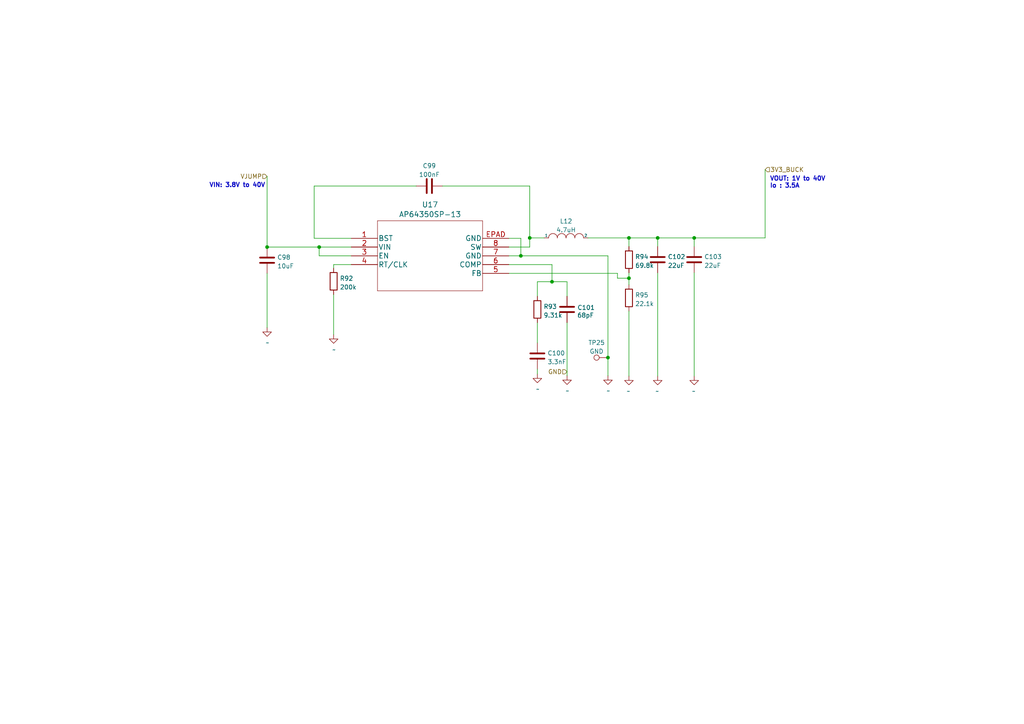
<source format=kicad_sch>
(kicad_sch (version 20231120) (generator "eeschema") (generator_version "8.0")
  (paper "A4")
  (title_block (title "packetRFMS") (date "2024-03-21") (rev "PCB_00132_6A_2124") (company "Packetworx Inc."))
  (lib_symbols
    (symbol "Connector:TestPoint" (pin_numbers hide) (pin_names (offset 0.762) hide)
      (property "Reference" "TP" (at 0 6.858 0))
      (property "Value" "TestPoint" (at 0 5.08 0))
      (symbol "TestPoint_0_1"
        (circle (center 0 3.302) (radius 0.762))
      )
      (symbol "TestPoint_1_1"
        (pin passive line (at 0 0 90) (length 2.54) (name "1") (number "1"))
      )
    )
    (symbol "Device:C" (pin_numbers hide) (pin_names (offset 0.254))
      (property "Reference" "C" (at 0.635 2.54 0))
      (property "Value" "C" (at 0.635 -2.54 0))
      (symbol "C_0_1"
        (polyline (pts (xy -2.032 -0.762) (xy 2.032 -0.762)) (stroke (width 0.508)))
        (polyline (pts (xy -2.032 0.762) (xy 2.032 0.762)) (stroke (width 0.508)))
      )
      (symbol "C_1_1"
        (pin passive line (at 0 3.81 270) (length 2.794) (name "~") (number "1"))
        (pin passive line (at 0 -3.81 90) (length 2.794) (name "~") (number "2"))
      )
    )
    (symbol "Device:R" (pin_numbers hide) (pin_names (offset 0))
      (property "Reference" "R" (at 2.032 0 90))
      (property "Value" "R" (at 0 0 90))
      (symbol "R_0_1"
        (rectangle (start -1.016 -2.54) (end 1.016 2.54) (stroke (width 0.254)))
      )
      (symbol "R_1_1"
        (pin passive line (at 0 3.81 270) (length 1.27) (name "~") (number "1"))
        (pin passive line (at 0 -3.81 90) (length 1.27) (name "~") (number "2"))
      )
    )
    (symbol "adp650:AP64350SP-13" (pin_names (offset 0.254))
      (property "Reference" "U8" (at 22.86 9.7737 0))
      (property "Value" "AP64350SP-13" (at 22.86 6.9409 0))
      (symbol "AP64350SP-13_1_1"
        (polyline (pts (xy 7.62 -15.24) (xy 38.1 -15.24)) (stroke (width 0.127)))
        (polyline (pts (xy 7.62 5.08) (xy 7.62 -15.24)) (stroke (width 0.127)))
        (polyline (pts (xy 38.1 -15.24) (xy 38.1 5.08)) (stroke (width 0.127)))
        (polyline (pts (xy 38.1 5.08) (xy 7.62 5.08)) (stroke (width 0.127)))
        (pin bidirectional line (at 0 0 0) (length 7.62) (name "BST") (number "1"))
        (pin bidirectional line (at 0 -2.54 0) (length 7.62) (name "VIN") (number "2"))
        (pin input line (at 0 -5.08 0) (length 7.62) (name "EN") (number "3"))
        (pin unspecified line (at 0 -7.62 0) (length 7.62) (name "RT/CLK") (number "4"))
        (pin input line (at 45.72 -10.16 180) (length 7.62) (name "FB") (number "5"))
        (pin unspecified line (at 45.72 -7.62 180) (length 7.62) (name "COMP") (number "6"))
        (pin bidirectional line (at 45.72 -5.08 180) (length 7.62) (name "GND") (number "7"))
        (pin output line (at 45.72 -2.54 180) (length 7.62) (name "SW") (number "8"))
        (pin bidirectional line (at 45.72 0 180) (length 7.62) (name "GND") (number "EPAD"))
      )
    )
    (symbol "power:GND" (power) (pin_names (offset 0))
      (property "Value" "GND" (at 0 -3.81 0))
      (symbol "GND_0_1"
        (polyline (pts (xy 0 0) (xy 0 -1.27) (xy 1.27 -1.27) (xy 0 -2.54) (xy -1.27 -1.27) (xy 0 -1.27)))
      )
      (symbol "GND_1_1"
        (pin power_in line (at 0 0 270) (length 0) hide (name "GND") (number "1"))
      )
    )
    (symbol "pspice:INDUCTOR" (pin_numbers hide) (pin_names (offset 0))
      (property "Reference" "L" (at 0 2.54 0))
      (property "Value" "INDUCTOR" (at 0 -1.27 0))
      (symbol "INDUCTOR_0_1"
        (arc (start -2.54 0) (mid -3.81 1.2645) (end -5.08 0))
        (arc (start 0 0) (mid -1.27 1.2645) (end -2.54 0))
        (arc (start 2.54 0) (mid 1.27 1.2645) (end 0 0))
        (arc (start 5.08 0) (mid 3.81 1.2645) (end 2.54 0))
      )
      (symbol "INDUCTOR_1_1"
        (pin input line (at -6.35 0 0) (length 1.27) (name "1") (number "1"))
        (pin input line (at 6.35 0 180) (length 1.27) (name "2") (number "2"))
      )
    )
  )
  (junction (at 176.3306 103.72))
  (junction (at 182.419 69.0058))
  (junction (at 77.4681 71.662))
  (junction (at 201.3427 69.0058))
  (junction (at 182.419 80.6878))
  (junction (at 92.5728 71.662))
  (junction (at 153.6433 69.0058))
  (junction (at 160.1005 81.718))
  (junction (at 151.0698 74.202))
  (junction (at 190.7547 69.0058))
  (wire (pts (xy 190.7547 69.0058) (xy 182.419 69.0058)))
  (wire (pts (xy 201.3427 71.5003) (xy 201.3427 69.0058)))
  (wire (pts (xy 153.6433 69.0058) (xy 157.8338 69.0058)))
  (wire (pts (xy 201.3427 69.0058) (xy 190.7547 69.0058)))
  (wire (pts (xy 176.3306 74.202) (xy 176.3306 103.72)))
  (wire (pts (xy 190.7547 79.1203) (xy 190.7547 109.0755)))
  (wire (pts (xy 147.59 71.662) (xy 153.6433 71.662)))
  (wire (pts (xy 221.9152 69.0058) (xy 201.3427 69.0058)))
  (wire (pts (xy 101.87 74.202) (xy 92.5728 74.202)))
  (wire (pts (xy 147.59 79.282) (xy 179.0892 79.282)))
  (wire (pts (xy 182.419 90.2227) (xy 182.419 109.0755)))
  (wire (pts (xy 153.6433 53.9608) (xy 153.6433 69.0058)))
  (wire (pts (xy 92.5728 71.662) (xy 101.87 71.662)))
  (wire (pts (xy 147.59 69.122) (xy 151.0698 69.122)))
  (wire (pts (xy 179.0892 80.6878) (xy 182.419 80.6878)))
  (wire (pts (xy 92.5728 74.202) (xy 92.5728 71.662)))
  (wire (pts (xy 179.0892 79.282) (xy 179.0892 80.6878)))
  (wire (pts (xy 151.0698 69.122) (xy 151.0698 74.202)))
  (wire (pts (xy 147.59 74.202) (xy 151.0698 74.202)))
  (wire (pts (xy 155.8568 107.0704) (xy 155.8568 108.476)))
  (wire (pts (xy 77.4681 79.282) (xy 77.4681 95.0172)))
  (wire (pts (xy 77.4681 71.662) (xy 92.5728 71.662)))
  (wire (pts (xy 160.1005 81.718) (xy 164.4699 81.718)))
  (wire (pts (xy 182.419 69.0058) (xy 182.419 71.5003)))
  (wire (pts (xy 91.1208 69.122) (xy 101.87 69.122)))
  (wire (pts (xy 170.5338 69.0058) (xy 182.419 69.0058)))
  (wire (pts (xy 182.419 79.1203) (xy 182.419 80.6878)))
  (wire (pts (xy 201.3427 79.1203) (xy 201.3427 109.0755)))
  (wire (pts (xy 128.3335 53.9608) (xy 153.6433 53.9608)))
  (wire (pts (xy 77.4681 51.16) (xy 77.4681 71.662)))
  (wire (pts (xy 153.6433 71.662) (xy 153.6433 69.0058)))
  (wire (pts (xy 164.4699 93.5613) (xy 164.4699 108.9767)))
  (wire (pts (xy 155.8568 93.5613) (xy 155.8568 99.4504)))
  (wire (pts (xy 155.8568 81.718) (xy 160.1005 81.718)))
  (wire (pts (xy 147.59 76.742) (xy 160.1005 76.742)))
  (wire (pts (xy 155.8568 85.9413) (xy 155.8568 81.718)))
  (wire (pts (xy 190.7547 71.5003) (xy 190.7547 69.0058)))
  (wire (pts (xy 101.87 76.742) (xy 96.7718 76.742)))
  (wire (pts (xy 160.1005 76.742) (xy 160.1005 81.718)))
  (wire (pts (xy 96.7718 76.742) (xy 96.7718 77.7838)))
  (wire (pts (xy 91.1208 53.9608) (xy 91.1208 69.122)))
  (wire (pts (xy 221.9152 49.197) (xy 221.9152 69.0058)))
  (wire (pts (xy 96.7634 85.4038) (xy 96.7718 85.4038)))
  (wire (pts (xy 176.3306 103.72) (xy 176.3306 108.9761)))
  (wire (pts (xy 182.419 80.6878) (xy 182.419 82.6027)))
  (wire (pts (xy 164.4699 85.9413) (xy 164.4699 81.718)))
  (wire (pts (xy 120.7135 53.9608) (xy 91.1208 53.9608)))
  (wire (pts (xy 96.7634 97.0432) (xy 96.7634 85.4038)))
  (wire (pts (xy 151.0698 74.202) (xy 176.3306 74.202)))
  (text "VOUT: 1V to 40V\nIo : 3.5A" (at 223.255 54.7366 0) (effects (font (size 1.27 1.27) (thickness 0.254) (bold yes)) (justify left bottom)))
  (text "VIN: 3.8V to 40V\n" (at 60.6344 54.5586 0) (effects (font (size 1.27 1.27) (thickness 0.254) (bold yes)) (justify left bottom)))
  (hierarchical_label "VJUMP" (shape input) (at 77.4681 51.16 180))
  (hierarchical_label "3V3_BUCK" (shape input) (at 221.9152 49.197 0))
  (hierarchical_label "GND" (shape input) (at 164.4699 107.8356 180))
  (symbol (lib_id "Device:R") (at 182.419 86.4127 0) (unit 1)
    (property "Reference" "R95" (at 184.197 85.578 0) (effects (justify left)))
    (property "Value" "22.1k" (at 184.197 88.1149 0) (effects (justify left)))
    (property "Footprint" "Resistor_SMD:R_0603_1608Metric" (effects (hide yes)))
    (property "LCSC" "C137768" (effects (hide yes)))
  )
  (symbol (lib_id "power:GND") (at 155.8568 108.476 0) (unit 1)
    (property "Reference" "#PWR0198" (effects (hide yes)))
    (property "Value" "~" (at 155.9838 112.8702 0))
  )
  (symbol (lib_id "power:GND") (at 96.7634 97.0432 0) (unit 1)
    (property "Reference" "#PWR0197" (effects (hide yes)))
    (property "Value" "~" (at 96.8904 101.4374 0))
  )
  (symbol (lib_id "Device:R") (at 96.7718 81.5938 0) (unit 1)
    (property "Reference" "R92" (at 98.5498 80.7591 0) (effects (justify left)))
    (property "Value" "200k" (at 98.5498 83.296 0) (effects (justify left)))
    (property "Footprint" "Resistor_SMD:R_0603_1608Metric" (effects (hide yes)))
    (property "LCSC" "C105574" (effects (hide yes)))
  )
  (symbol (lib_id "power:GND") (at 164.4699 108.9767 0) (unit 1)
    (property "Reference" "#PWR0199" (effects (hide yes)))
    (property "Value" "~" (at 164.5969 113.3709 0))
  )
  (symbol (lib_id "Device:R") (at 182.419 75.3103 0) (unit 1)
    (property "Reference" "R94" (at 184.197 74.4756 0) (effects (justify left)))
    (property "Value" "69.8k" (at 184.197 77.0125 0) (effects (justify left)))
    (property "Footprint" "Resistor_SMD:R_0603_1608Metric" (effects (hide yes)))
    (property "LCSC" "C3016381" (effects (hide yes)))
  )
  (symbol (lib_id "power:GND") (at 190.7547 109.0755 0) (mirror y) (unit 1)
    (property "Reference" "#PWR0202" (effects (hide yes)))
    (property "Value" "~" (at 190.6277 113.4697 0))
  )
  (symbol (lib_id "power:GND") (at 176.3306 108.9761 0) (unit 1)
    (property "Reference" "#PWR0200" (effects (hide yes)))
    (property "Value" "~" (at 176.4576 113.3703 0))
  )
  (symbol (lib_id "Connector:TestPoint") (at 176.3306 103.72 90) (unit 1)
    (property "Reference" "TP25" (at 173.0286 99.3852 90))
    (property "Value" "GND" (at 173.0286 101.9221 90))
    (property "Footprint" "TestPoint:TestPoint_Pad_D1.0mm" (effects (hide yes)))
  )
  (symbol (lib_id "power:GND") (at 77.4681 95.0172 0) (unit 1)
    (property "Reference" "#PWR0196" (effects (hide yes)))
    (property "Value" "~" (at 77.5951 99.4114 0))
  )
  (symbol (lib_id "Device:C") (at 201.3427 75.3103 0) (unit 1)
    (property "Reference" "C103" (at 204.2637 74.4756 0) (effects (justify left)))
    (property "Value" "22uF" (at 204.2637 77.0125 0) (effects (justify left)))
    (property "Footprint" "Capacitor_SMD:C_1210_3225Metric" (effects (hide yes)))
    (property "Datasheet" "https://www.yageo.com/upload/website/yageo_High%20Capacitance%20MLCCs_2016_19050911_141.pdf" (effects (hide yes)))
    (property "Manufacturer_Name" "YAGEO" (effects (hide yes)))
    (property "Manufacturer_Part_Number" "CC0603MRX5R6BB226" (effects (hide yes)))
    (property "Price" "37.11000" (effects (hide yes)))
    (property "Purchase-URL" "https://www.digikey.ph/en/products/detail/yageo/CC0603MRX5R6BB226/5195226" (effects (hide yes)))
    (property "LCSC" "C21397" (effects (hide yes)))
  )
  (symbol (lib_id "Device:C") (at 77.4681 75.472 0) (unit 1)
    (property "Reference" "C98" (at 80.3891 74.6373 0) (effects (justify left)))
    (property "Value" "10uF" (at 80.3891 77.1742 0) (effects (justify left)))
    (property "Footprint" "Capacitor_SMD:C_0603_1608Metric" (effects (hide yes)))
    (property "Datasheet" "https://www.yageo.com/upload/website/yageo_High%20Capacitance%20MLCCs_2016_19050911_141.pdf" (effects (hide yes)))
    (property "Manufacturer_Name" "YAGEO" (effects (hide yes)))
    (property "Manufacturer_Part_Number" "CC0603MRX5R7BB106" (effects (hide yes)))
    (property "Price" "22.92000" (effects (hide yes)))
    (property "Purchase-URL" "https://www.digikey.ph/en/products/detail/yageo/CC0603MRX5R7BB106/5195229" (effects (hide yes)))
    (property "LCSC" "C344022" (effects (hide yes)))
  )
  (symbol (lib_id "Device:C") (at 190.7547 75.3103 0) (unit 1)
    (property "Reference" "C102" (at 193.6757 74.4756 0) (effects (justify left)))
    (property "Value" "22uF" (at 193.6757 77.0125 0) (effects (justify left)))
    (property "Footprint" "Capacitor_SMD:C_1210_3225Metric" (effects (hide yes)))
    (property "Datasheet" "https://www.yageo.com/upload/website/yageo_High%20Capacitance%20MLCCs_2016_19050911_141.pdf" (effects (hide yes)))
    (property "Manufacturer_Name" "YAGEO" (effects (hide yes)))
    (property "Manufacturer_Part_Number" "CC0603MRX5R6BB226" (effects (hide yes)))
    (property "Price" "37.11000" (effects (hide yes)))
    (property "Purchase-URL" "https://www.digikey.ph/en/products/detail/yageo/CC0603MRX5R6BB226/5195226" (effects (hide yes)))
    (property "LCSC" "C21397" (effects (hide yes)))
  )
  (symbol (lib_id "Device:C") (at 124.5235 53.9608 90) (unit 1)
    (property "Reference" "C99" (at 124.5235 48.102 90))
    (property "Value" "100nF" (at 124.5235 50.6389 90))
    (property "Footprint" "Capacitor_SMD:C_0603_1608Metric" (effects (hide yes)))
    (property "Datasheet" "https://connect.kemet.com:7667/gateway/IntelliData-ComponentDocumentation/1.0/download/datasheet/C0603C104J4RACTU" (effects (hide yes)))
    (property "Manufacturer_Name" "KEMET" (effects (hide yes)))
    (property "Manufacturer_Part_Number" "C0603C104J4RAC7867" (effects (hide yes)))
    (property "Price" "6.55000" (effects (hide yes)))
    (property "Purchase-URL" "https://www.digikey.ph/en/products/detail/kemet/C0603C104J4RAC7867/411096" (effects (hide yes)))
    (property "LCSC" "C694249" (effects (hide yes)))
  )
  (symbol (lib_id "Device:R") (at 155.8568 89.7513 0) (unit 1)
    (property "Reference" "R93" (at 157.6348 88.9166 0) (effects (justify left)))
    (property "Value" "9.31k" (at 157.6348 91.4535 0) (effects (justify left)))
    (property "Footprint" "Resistor_SMD:R_0603_1608Metric" (effects (hide yes)))
    (property "LCSC" "C3016072" (effects (hide yes)))
  )
  (symbol (lib_id "pspice:INDUCTOR") (at 164.1838 69.0058 0) (unit 1)
    (property "Reference" "L12" (at 164.1838 64.163 0))
    (property "Value" "4.7uH" (at 164.1838 66.6999 0))
    (property "Footprint" "ul_74438357047:IND_357047_WRE" (effects (hide yes)))
    (property "Datasheet" "74438357047" (effects (hide yes)))
    (property "LCSC" "C167874" (effects (hide yes)))
  )
  (symbol (lib_id "Device:C") (at 155.8568 103.2604 0) (unit 1)
    (property "Reference" "C100" (at 158.7778 102.4257 0) (effects (justify left)))
    (property "Value" "3.3nF" (at 158.7778 104.9626 0) (effects (justify left)))
    (property "Footprint" "Capacitor_SMD:C_0603_1608Metric" (effects (hide yes)))
    (property "Datasheet" "http://www.passivecomponent.com/wp-content/uploads/datasheet/WTC_MLCC_General_Purpose.pdf" (effects (hide yes)))
    (property "Manufacturer_Name" "Walsin Technology Corporation" (effects (hide yes)))
    (property "Manufacturer_Part_Number" "0603B332K250CT" (effects (hide yes)))
    (property "Price" "5.46000" (effects (hide yes)))
    (property "Purchase-URL" "https://www.digikey.ph/en/products/detail/walsin-technology-corporation/0603B332K250CT/9354925" (effects (hide yes)))
    (property "LCSC" "C1613" (effects (hide yes)))
  )
  (symbol (lib_id "power:GND") (at 182.419 109.0755 0) (mirror y) (unit 1)
    (property "Reference" "#PWR0201" (effects (hide yes)))
    (property "Value" "~" (at 182.292 113.4697 0))
  )
  (symbol (lib_id "adp650:AP64350SP-13") (at 101.87 69.122 0) (unit 1)
    (property "Reference" "U17" (at 124.73 59.3483 0) (effects (font (size 1.524 1.524))))
    (property "Value" "AP64350SP-13" (at 124.73 62.1811 0) (effects (font (size 1.524 1.524))))
    (property "Footprint" "ul_AP64350SP-13:AP64350SP-13" (effects (hide yes)))
    (property "LCSC" "C2071691" (effects (hide yes)))
  )
  (symbol (lib_id "power:GND") (at 201.3427 109.0755 0) (mirror y) (unit 1)
    (property "Reference" "#PWR0203" (effects (hide yes)))
    (property "Value" "~" (at 201.2157 113.4697 0))
  )
  (symbol (lib_id "Device:C") (at 164.4699 89.7513 0) (unit 1)
    (property "Reference" "C101" (at 167.4524 89.2114 0) (effects (justify left)))
    (property "Value" "68pF" (at 167.3909 91.4535 0) (effects (justify left)))
    (property "Footprint" "Capacitor_SMD:C_0603_1608Metric" (effects (hide yes)))
    (property "Datasheet" "https://www.yageo.com/upload/media/product/productsearch/datasheet/mlcc/UPY-GP_NP0_16V-to-50V_18.pdf" (effects (hide yes)))
    (property "Manufacturer_Name" "YAGEO" (effects (hide yes)))
    (property "Manufacturer_Part_Number" "CC0603JRNPO9BN680" (effects (hide yes)))
    (property "Price" "5.46000" (effects (hide yes)))
    (property "Purchase-URL" "https://www.digikey.ph/en/products/detail/yageo/CC0603JRNPO9BN680/302801" (effects (hide yes)))
    (property "LCSC" "C62782" (effects (hide yes)))
  )
)
</source>
